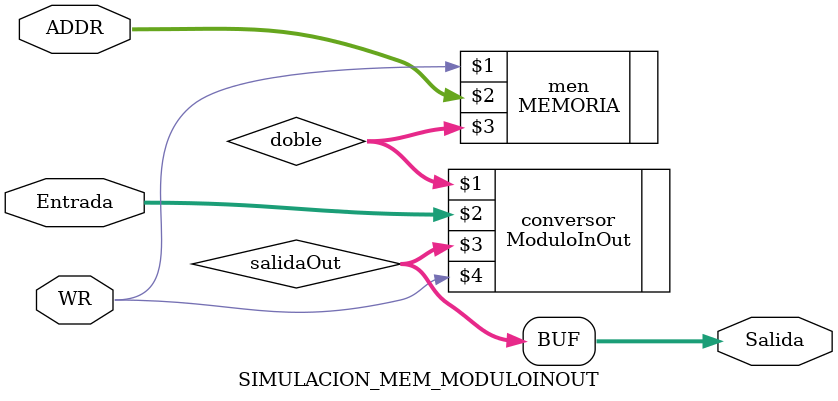
<source format=v>
`timescale 1ns / 1ps
module SIMULACION_MEM_MODULOINOUT( 
    input wire WR,
    input [3:0] ADDR,
	 input [3:0] Entrada,
	 output [3:0] Salida
    );

	wire [3:0] salidaOut;
	wire [3:0] doble;
	
	MEMORIA men(WR,ADDR,doble);
	ModuloInOut conversor (doble,Entrada,salidaOut,WR);
	
	assign Salida = salidaOut;
	
endmodule

</source>
